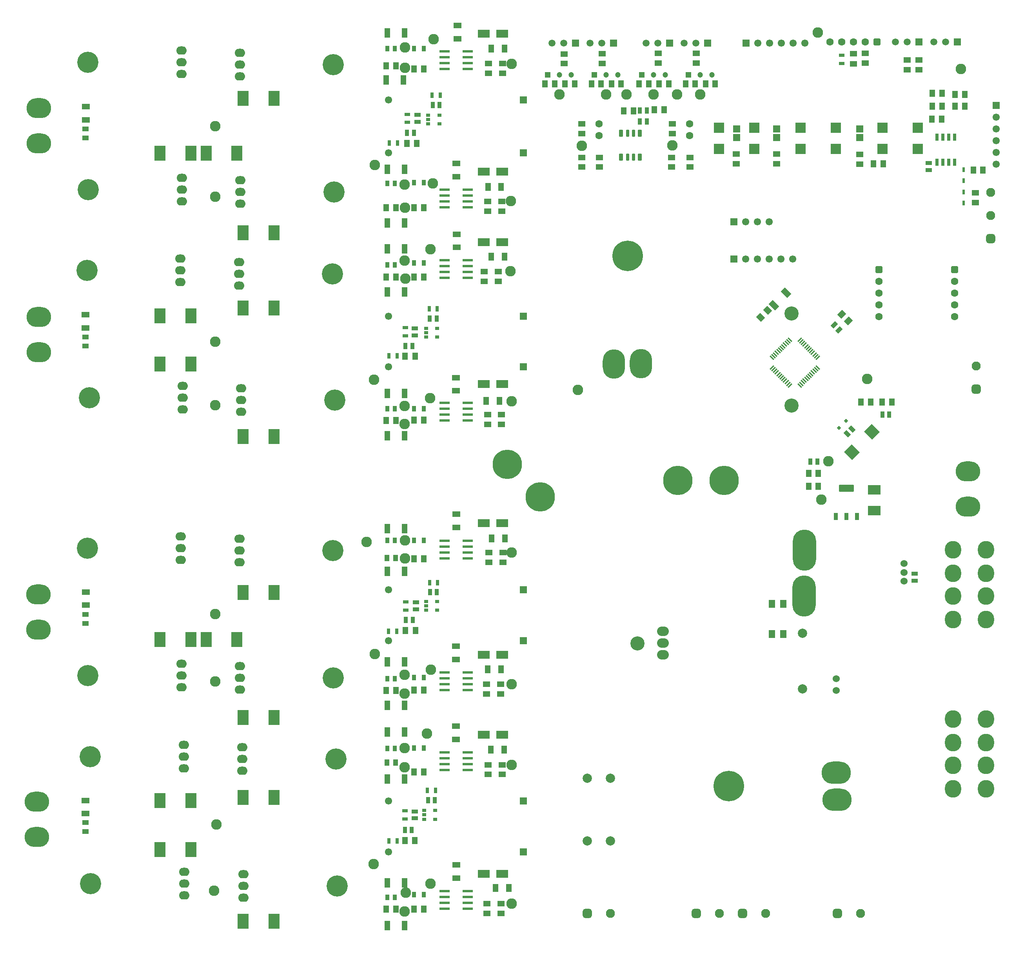
<source format=gbr>
%TF.GenerationSoftware,Altium Limited,Altium Designer,21.6.4 (81)*%
G04 Layer_Color=255*
%FSLAX43Y43*%
%MOMM*%
%TF.SameCoordinates,A962B9D3-E780-4B03-8A10-E236CC36F35F*%
%TF.FilePolarity,Positive*%
%TF.FileFunction,Pads,Bot*%
%TF.Part,Single*%
G01*
G75*
%TA.AperFunction,SMDPad,CuDef*%
%ADD12R,1.157X1.508*%
%ADD16R,1.508X1.157*%
%TA.AperFunction,ComponentPad*%
%ADD40C,2.286*%
%ADD41C,2.000*%
%ADD42O,5.080X8.890*%
%ADD43C,1.524*%
%ADD44C,6.350*%
%ADD45O,3.556X3.810*%
%ADD46R,1.500X1.500*%
%ADD47C,1.500*%
%ADD48C,1.950*%
G04:AMPARAMS|DCode=49|XSize=1.95mm|YSize=1.95mm|CornerRadius=0.488mm|HoleSize=0mm|Usage=FLASHONLY|Rotation=0.000|XOffset=0mm|YOffset=0mm|HoleType=Round|Shape=RoundedRectangle|*
%AMROUNDEDRECTD49*
21,1,1.950,0.975,0,0,0.0*
21,1,0.975,1.950,0,0,0.0*
1,1,0.975,0.488,-0.488*
1,1,0.975,-0.488,-0.488*
1,1,0.975,-0.488,0.488*
1,1,0.975,0.488,0.488*
%
%ADD49ROUNDEDRECTD49*%
%ADD50O,5.334X4.318*%
%ADD51C,1.600*%
G04:AMPARAMS|DCode=52|XSize=1.6mm|YSize=1.6mm|CornerRadius=0.4mm|HoleSize=0mm|Usage=FLASHONLY|Rotation=270.000|XOffset=0mm|YOffset=0mm|HoleType=Round|Shape=RoundedRectangle|*
%AMROUNDEDRECTD52*
21,1,1.600,0.800,0,0,270.0*
21,1,0.800,1.600,0,0,270.0*
1,1,0.800,-0.400,-0.400*
1,1,0.800,-0.400,0.400*
1,1,0.800,0.400,0.400*
1,1,0.800,0.400,-0.400*
%
%ADD52ROUNDEDRECTD52*%
%ADD53C,6.604*%
%ADD54O,4.826X6.350*%
%ADD55C,3.048*%
%ADD56O,6.350X4.826*%
%ADD57R,1.550X1.550*%
%ADD58C,1.550*%
%ADD59O,2.286X1.778*%
%ADD60C,4.572*%
%ADD62R,2.286X2.286*%
%ADD63C,1.200*%
%ADD64R,1.200X1.200*%
G04:AMPARAMS|DCode=65|XSize=1.6mm|YSize=1.6mm|CornerRadius=0.4mm|HoleSize=0mm|Usage=FLASHONLY|Rotation=180.000|XOffset=0mm|YOffset=0mm|HoleType=Round|Shape=RoundedRectangle|*
%AMROUNDEDRECTD65*
21,1,1.600,0.800,0,0,180.0*
21,1,0.800,1.600,0,0,180.0*
1,1,0.800,-0.400,0.400*
1,1,0.800,0.400,0.400*
1,1,0.800,0.400,-0.400*
1,1,0.800,-0.400,-0.400*
%
%ADD65ROUNDEDRECTD65*%
%ADD66R,1.550X1.550*%
G04:AMPARAMS|DCode=67|XSize=1.95mm|YSize=1.95mm|CornerRadius=0.488mm|HoleSize=0mm|Usage=FLASHONLY|Rotation=90.000|XOffset=0mm|YOffset=0mm|HoleType=Round|Shape=RoundedRectangle|*
%AMROUNDEDRECTD67*
21,1,1.950,0.975,0,0,90.0*
21,1,0.975,1.950,0,0,90.0*
1,1,0.975,0.488,0.488*
1,1,0.975,0.488,-0.488*
1,1,0.975,-0.488,-0.488*
1,1,0.975,-0.488,0.488*
%
%ADD67ROUNDEDRECTD67*%
%TA.AperFunction,SMDPad,CuDef*%
%ADD71R,1.450X1.800*%
%ADD72R,2.400X3.300*%
G04:AMPARAMS|DCode=73|XSize=3.15mm|YSize=1.45mm|CornerRadius=0.051mm|HoleSize=0mm|Usage=FLASHONLY|Rotation=0.000|XOffset=0mm|YOffset=0mm|HoleType=Round|Shape=RoundedRectangle|*
%AMROUNDEDRECTD73*
21,1,3.150,1.349,0,0,0.0*
21,1,3.049,1.450,0,0,0.0*
1,1,0.102,1.524,-0.674*
1,1,0.102,-1.524,-0.674*
1,1,0.102,-1.524,0.674*
1,1,0.102,1.524,0.674*
%
%ADD73ROUNDEDRECTD73*%
G04:AMPARAMS|DCode=74|XSize=0.9mm|YSize=1.45mm|CornerRadius=0.05mm|HoleSize=0mm|Usage=FLASHONLY|Rotation=0.000|XOffset=0mm|YOffset=0mm|HoleType=Round|Shape=RoundedRectangle|*
%AMROUNDEDRECTD74*
21,1,0.900,1.351,0,0,0.0*
21,1,0.801,1.450,0,0,0.0*
1,1,0.099,0.401,-0.676*
1,1,0.099,-0.401,-0.676*
1,1,0.099,-0.401,0.676*
1,1,0.099,0.401,0.676*
%
%ADD74ROUNDEDRECTD74*%
%ADD75R,1.300X1.800*%
%ADD76R,1.800X1.300*%
%ADD77R,0.950X1.350*%
%ADD78R,1.350X0.950*%
%ADD79R,1.250X2.000*%
%ADD80R,1.508X1.207*%
%ADD81R,0.650X1.525*%
%ADD82R,0.500X1.000*%
%ADD83R,1.207X1.508*%
G04:AMPARAMS|DCode=84|XSize=1.194mm|YSize=0.305mm|CornerRadius=0mm|HoleSize=0mm|Usage=FLASHONLY|Rotation=315.000|XOffset=0mm|YOffset=0mm|HoleType=Round|Shape=Rectangle|*
%AMROTATEDRECTD84*
4,1,4,-0.530,0.314,-0.314,0.530,0.530,-0.314,0.314,-0.530,-0.530,0.314,0.0*
%
%ADD84ROTATEDRECTD84*%

G04:AMPARAMS|DCode=85|XSize=1.194mm|YSize=0.305mm|CornerRadius=0mm|HoleSize=0mm|Usage=FLASHONLY|Rotation=45.000|XOffset=0mm|YOffset=0mm|HoleType=Round|Shape=Rectangle|*
%AMROTATEDRECTD85*
4,1,4,-0.314,-0.530,-0.530,-0.314,0.314,0.530,0.530,0.314,-0.314,-0.530,0.0*
%
%ADD85ROTATEDRECTD85*%

G04:AMPARAMS|DCode=86|XSize=1.207mm|YSize=1.508mm|CornerRadius=0mm|HoleSize=0mm|Usage=FLASHONLY|Rotation=45.000|XOffset=0mm|YOffset=0mm|HoleType=Round|Shape=Rectangle|*
%AMROTATEDRECTD86*
4,1,4,0.107,-0.960,-0.960,0.107,-0.107,0.960,0.960,-0.107,0.107,-0.960,0.0*
%
%ADD86ROTATEDRECTD86*%

G04:AMPARAMS|DCode=87|XSize=2.45mm|YSize=2.35mm|CornerRadius=0mm|HoleSize=0mm|Usage=FLASHONLY|Rotation=315.000|XOffset=0mm|YOffset=0mm|HoleType=Round|Shape=Rectangle|*
%AMROTATEDRECTD87*
4,1,4,-1.697,0.035,-0.035,1.697,1.697,-0.035,0.035,-1.697,-1.697,0.035,0.0*
%
%ADD87ROTATEDRECTD87*%

G04:AMPARAMS|DCode=88|XSize=0.95mm|YSize=1.35mm|CornerRadius=0mm|HoleSize=0mm|Usage=FLASHONLY|Rotation=45.000|XOffset=0mm|YOffset=0mm|HoleType=Round|Shape=Rectangle|*
%AMROTATEDRECTD88*
4,1,4,0.141,-0.813,-0.813,0.141,-0.141,0.813,0.813,-0.141,0.141,-0.813,0.0*
%
%ADD88ROTATEDRECTD88*%

%ADD89P,0.849X4X90.0*%
G04:AMPARAMS|DCode=90|XSize=0.95mm|YSize=1.35mm|CornerRadius=0mm|HoleSize=0mm|Usage=FLASHONLY|Rotation=135.000|XOffset=0mm|YOffset=0mm|HoleType=Round|Shape=Rectangle|*
%AMROTATEDRECTD90*
4,1,4,0.813,0.141,-0.141,-0.813,-0.813,-0.141,0.141,0.813,0.813,0.141,0.0*
%
%ADD90ROTATEDRECTD90*%

%ADD91R,1.408X1.007*%
%ADD92R,0.900X0.650*%
%ADD93R,1.308X0.757*%
%ADD94R,0.757X1.308*%
%ADD95R,1.007X1.408*%
%ADD96R,2.270X0.558*%
%ADD97R,0.808X1.262*%
%ADD98R,0.900X1.200*%
%ADD99R,2.500X1.700*%
G04:AMPARAMS|DCode=100|XSize=1.25mm|YSize=2mm|CornerRadius=0mm|HoleSize=0mm|Usage=FLASHONLY|Rotation=225.000|XOffset=0mm|YOffset=0mm|HoleType=Round|Shape=Rectangle|*
%AMROTATEDRECTD100*
4,1,4,-0.265,1.149,1.149,-0.265,0.265,-1.149,-1.149,0.265,-0.265,1.149,0.0*
%
%ADD100ROTATEDRECTD100*%

G04:AMPARAMS|DCode=101|XSize=1.207mm|YSize=1.508mm|CornerRadius=0mm|HoleSize=0mm|Usage=FLASHONLY|Rotation=315.000|XOffset=0mm|YOffset=0mm|HoleType=Round|Shape=Rectangle|*
%AMROTATEDRECTD101*
4,1,4,-0.960,-0.107,0.107,0.960,0.960,0.107,-0.107,-0.960,-0.960,-0.107,0.0*
%
%ADD101ROTATEDRECTD101*%

G04:AMPARAMS|DCode=102|XSize=0.8mm|YSize=1.6mm|CornerRadius=0.2mm|HoleSize=0mm|Usage=FLASHONLY|Rotation=0.000|XOffset=0mm|YOffset=0mm|HoleType=Round|Shape=RoundedRectangle|*
%AMROUNDEDRECTD102*
21,1,0.800,1.200,0,0,0.0*
21,1,0.400,1.600,0,0,0.0*
1,1,0.400,0.200,-0.600*
1,1,0.400,-0.200,-0.600*
1,1,0.400,-0.200,0.600*
1,1,0.400,0.200,0.600*
%
%ADD102ROUNDEDRECTD102*%
G04:AMPARAMS|DCode=103|XSize=0.6mm|YSize=1.6mm|CornerRadius=0.15mm|HoleSize=0mm|Usage=FLASHONLY|Rotation=0.000|XOffset=0mm|YOffset=0mm|HoleType=Round|Shape=RoundedRectangle|*
%AMROUNDEDRECTD103*
21,1,0.600,1.300,0,0,0.0*
21,1,0.300,1.600,0,0,0.0*
1,1,0.300,0.150,-0.650*
1,1,0.300,-0.150,-0.650*
1,1,0.300,-0.150,0.650*
1,1,0.300,0.150,0.650*
%
%ADD103ROUNDEDRECTD103*%
%ADD104R,1.556X1.505*%
%ADD105R,2.800X2.000*%
%TA.AperFunction,ComponentPad*%
%ADD121O,2.540X2.032*%
D12*
X88653Y172850D02*
D03*
X86501D02*
D03*
X86207Y67575D02*
D03*
X88359D02*
D03*
X189426Y168425D02*
D03*
X187274D02*
D03*
X86123Y126835D02*
D03*
X88274D02*
D03*
X86099Y22225D02*
D03*
X88251D02*
D03*
D16*
X209313Y160021D02*
D03*
Y162173D02*
D03*
X182995Y190052D02*
D03*
Y192204D02*
D03*
X185535Y192326D02*
D03*
Y190174D02*
D03*
D40*
X123450Y119550D02*
D03*
X109125Y84425D02*
D03*
Y117150D02*
D03*
X86122Y87054D02*
D03*
X77775Y86774D02*
D03*
X86000Y112231D02*
D03*
X91500Y117827D02*
D03*
X86012Y116150D02*
D03*
X177550Y104150D02*
D03*
X109125Y56025D02*
D03*
X45125Y71175D02*
D03*
Y130025D02*
D03*
X86100Y189213D02*
D03*
X86000Y6885D02*
D03*
X45125Y176600D02*
D03*
X86125Y158996D02*
D03*
X86275Y10968D02*
D03*
X86175Y143675D02*
D03*
X86101Y83176D02*
D03*
X86000Y38091D02*
D03*
X108875Y145225D02*
D03*
X45375Y25700D02*
D03*
X86012Y147516D02*
D03*
X79550Y168150D02*
D03*
X79582Y62525D02*
D03*
X86025Y53996D02*
D03*
X45125Y161355D02*
D03*
Y56636D02*
D03*
X108940Y160400D02*
D03*
X86000Y163965D02*
D03*
X86012Y58015D02*
D03*
X92100Y164250D02*
D03*
X91700Y59127D02*
D03*
X109125Y190075D02*
D03*
X86100Y193606D02*
D03*
X92250Y195375D02*
D03*
X79450Y121800D02*
D03*
X79325Y17150D02*
D03*
X45125Y116330D02*
D03*
X44881Y11355D02*
D03*
X109125Y8625D02*
D03*
X91600Y12900D02*
D03*
X109125Y38526D02*
D03*
X86000Y42190D02*
D03*
X91627Y149949D02*
D03*
X90825Y45375D02*
D03*
X139815Y183439D02*
D03*
X119495D02*
D03*
X149848D02*
D03*
X129528D02*
D03*
X143803Y172392D02*
D03*
X124249Y172344D02*
D03*
X144895Y183439D02*
D03*
X133973D02*
D03*
X206180Y188920D02*
D03*
X175244Y196825D02*
D03*
X185925Y121950D02*
D03*
X176025Y95875D02*
D03*
D41*
X171950Y67000D02*
D03*
Y55000D02*
D03*
X130500Y22125D02*
D03*
X125500D02*
D03*
X130500Y35650D02*
D03*
X125500D02*
D03*
D42*
X172289Y75093D02*
D03*
X172416Y84999D02*
D03*
D43*
X193879Y78268D02*
D03*
Y80173D02*
D03*
Y82078D02*
D03*
X179250Y57175D02*
D03*
Y54675D02*
D03*
D44*
X108229Y103536D02*
D03*
X115300Y96464D02*
D03*
X145000Y100000D02*
D03*
X155000D02*
D03*
D45*
X204444Y43413D02*
D03*
Y48493D02*
D03*
X211556Y43413D02*
D03*
Y48493D02*
D03*
X204444Y33413D02*
D03*
Y38493D02*
D03*
X211556Y33413D02*
D03*
Y38493D02*
D03*
X204444Y79960D02*
D03*
Y85040D02*
D03*
X211556Y79960D02*
D03*
Y85040D02*
D03*
X204444Y69960D02*
D03*
Y75040D02*
D03*
X211556Y69960D02*
D03*
Y75040D02*
D03*
D46*
X205430Y194750D02*
D03*
X197140D02*
D03*
X122924Y194488D02*
D03*
X151499D02*
D03*
X143244D02*
D03*
X131179D02*
D03*
D47*
X202890Y194750D02*
D03*
X200350D02*
D03*
X194600D02*
D03*
X192060D02*
D03*
X120384Y194488D02*
D03*
X117844D02*
D03*
X148959D02*
D03*
X146419D02*
D03*
X138164D02*
D03*
X140704D02*
D03*
X126099D02*
D03*
X128639D02*
D03*
D48*
X154025Y6500D02*
D03*
X130500D02*
D03*
X164025D02*
D03*
X212575Y162300D02*
D03*
Y157300D02*
D03*
X209500Y124775D02*
D03*
X184500Y6500D02*
D03*
D49*
X149025D02*
D03*
X125500D02*
D03*
X159025D02*
D03*
X179500D02*
D03*
D50*
X207650Y94350D02*
D03*
Y101970D02*
D03*
X7025Y180495D02*
D03*
Y172875D02*
D03*
X7050Y135325D02*
D03*
Y127705D02*
D03*
X6900Y75375D02*
D03*
Y67755D02*
D03*
X6575Y30625D02*
D03*
Y23005D02*
D03*
D51*
X204770Y140525D02*
D03*
Y143065D02*
D03*
Y137985D02*
D03*
Y135445D02*
D03*
X182995Y194742D02*
D03*
X185535D02*
D03*
X180455D02*
D03*
X177915D02*
D03*
X188495Y135435D02*
D03*
Y137975D02*
D03*
Y143055D02*
D03*
Y140515D02*
D03*
X147562Y177089D02*
D03*
Y174549D02*
D03*
X128004Y177089D02*
D03*
Y174549D02*
D03*
D52*
X204770Y145605D02*
D03*
X188495Y145595D02*
D03*
D53*
X134160Y148539D02*
D03*
X156025Y33975D02*
D03*
D54*
X131239Y125171D02*
D03*
X137081Y125298D02*
D03*
D55*
X169625Y136140D02*
D03*
Y116201D02*
D03*
X136339Y64783D02*
D03*
D56*
X179266Y36896D02*
D03*
X179393Y31054D02*
D03*
D57*
X111680Y19775D02*
D03*
Y65375D02*
D03*
Y76375D02*
D03*
Y30775D02*
D03*
Y124625D02*
D03*
Y135525D02*
D03*
Y170825D02*
D03*
Y182225D02*
D03*
X157120Y147850D02*
D03*
X159754Y194488D02*
D03*
X157120Y155873D02*
D03*
D58*
X82570Y19775D02*
D03*
Y65375D02*
D03*
Y76375D02*
D03*
Y30775D02*
D03*
Y124625D02*
D03*
Y135525D02*
D03*
Y170825D02*
D03*
Y182225D02*
D03*
X159660Y147850D02*
D03*
X162200D02*
D03*
X164740D02*
D03*
X167280D02*
D03*
X169820Y147850D02*
D03*
X172454Y194488D02*
D03*
X169914D02*
D03*
X167374D02*
D03*
X164834D02*
D03*
X162294D02*
D03*
X164740Y155873D02*
D03*
X162200D02*
D03*
X159660D02*
D03*
X213775Y178490D02*
D03*
Y175950D02*
D03*
Y173410D02*
D03*
Y170870D02*
D03*
Y168330D02*
D03*
D59*
X50749Y114831D02*
D03*
Y117371D02*
D03*
Y119911D02*
D03*
X38101Y120419D02*
D03*
Y117879D02*
D03*
Y115339D02*
D03*
X37601Y147919D02*
D03*
Y145379D02*
D03*
Y142839D02*
D03*
X50249Y142131D02*
D03*
Y144671D02*
D03*
Y147211D02*
D03*
X51249Y9831D02*
D03*
Y12371D02*
D03*
Y14911D02*
D03*
X38401Y10339D02*
D03*
Y12879D02*
D03*
Y15419D02*
D03*
X38318Y37839D02*
D03*
Y40379D02*
D03*
Y42919D02*
D03*
X50966Y37331D02*
D03*
Y39871D02*
D03*
Y42411D02*
D03*
X37901Y160339D02*
D03*
Y162879D02*
D03*
Y165419D02*
D03*
X37801Y55339D02*
D03*
Y57879D02*
D03*
Y60419D02*
D03*
X50549Y164911D02*
D03*
Y162371D02*
D03*
Y159831D02*
D03*
X50449Y54831D02*
D03*
Y57371D02*
D03*
Y59911D02*
D03*
X37801Y187839D02*
D03*
Y190379D02*
D03*
Y192919D02*
D03*
X37701Y82839D02*
D03*
Y85379D02*
D03*
Y87919D02*
D03*
X50449Y192411D02*
D03*
Y189871D02*
D03*
Y187331D02*
D03*
X50349Y87411D02*
D03*
Y84871D02*
D03*
Y82331D02*
D03*
D60*
X70942Y117371D02*
D03*
X17908Y117879D02*
D03*
X17408Y145379D02*
D03*
X70442Y144671D02*
D03*
X71442Y12371D02*
D03*
X18208Y12879D02*
D03*
X18125Y40379D02*
D03*
X71159Y39871D02*
D03*
X17708Y162879D02*
D03*
X17608Y57879D02*
D03*
X70742Y162371D02*
D03*
X70642Y57371D02*
D03*
X17608Y190379D02*
D03*
X17508Y85379D02*
D03*
X70642Y189871D02*
D03*
X70542Y84871D02*
D03*
D62*
X179185Y176200D02*
D03*
Y171628D02*
D03*
X171565D02*
D03*
Y176200D02*
D03*
X161532D02*
D03*
Y171628D02*
D03*
X153912D02*
D03*
Y176200D02*
D03*
X196838D02*
D03*
Y171628D02*
D03*
X189218D02*
D03*
Y176200D02*
D03*
D63*
X142355Y187630D02*
D03*
X139815D02*
D03*
X122035D02*
D03*
X119495D02*
D03*
X152388D02*
D03*
X149848D02*
D03*
X132068D02*
D03*
X129528D02*
D03*
D64*
X137275D02*
D03*
X116955D02*
D03*
X147308D02*
D03*
X126988D02*
D03*
D65*
X188075Y194742D02*
D03*
D66*
X213775Y181030D02*
D03*
D67*
X212575Y152300D02*
D03*
X209500Y119775D02*
D03*
D71*
X167800Y73400D02*
D03*
Y66850D02*
D03*
X165350Y73400D02*
D03*
Y66850D02*
D03*
D72*
X49800Y170750D02*
D03*
X43150D02*
D03*
X49800Y65675D02*
D03*
X43150D02*
D03*
X33200Y65700D02*
D03*
X39850D02*
D03*
X57800Y182550D02*
D03*
X51150D02*
D03*
X33200Y170750D02*
D03*
X39850D02*
D03*
X33200Y30900D02*
D03*
X39850D02*
D03*
X33200Y20300D02*
D03*
X39850D02*
D03*
X33200Y135600D02*
D03*
X39850D02*
D03*
X33200Y125150D02*
D03*
X39850D02*
D03*
X57800Y75825D02*
D03*
X51150D02*
D03*
X57800Y4800D02*
D03*
X51150D02*
D03*
X57800Y109550D02*
D03*
X51150D02*
D03*
X57800Y137289D02*
D03*
X51150D02*
D03*
X57800Y31575D02*
D03*
X51150D02*
D03*
X57800Y48850D02*
D03*
X51150D02*
D03*
X57800Y153550D02*
D03*
X51150D02*
D03*
D73*
X181450Y98375D02*
D03*
D74*
X179150Y92225D02*
D03*
X181450D02*
D03*
X183750D02*
D03*
D75*
X104750Y193300D02*
D03*
X107600D02*
D03*
X104027Y163475D02*
D03*
X106877D02*
D03*
X103618Y117190D02*
D03*
X106468D02*
D03*
X104850Y87529D02*
D03*
X107700D02*
D03*
X104000Y59200D02*
D03*
X106850D02*
D03*
X105650Y12000D02*
D03*
X108500D02*
D03*
X107525Y41904D02*
D03*
X104675D02*
D03*
X107616Y148410D02*
D03*
X104766D02*
D03*
D76*
X97175Y168500D02*
D03*
Y165650D02*
D03*
X97125Y119398D02*
D03*
Y122248D02*
D03*
X97450Y198325D02*
D03*
Y195475D02*
D03*
X97200Y16950D02*
D03*
Y14100D02*
D03*
X17200Y73075D02*
D03*
Y75925D02*
D03*
X97175Y89875D02*
D03*
Y92725D02*
D03*
X17125Y28050D02*
D03*
Y30900D02*
D03*
X17150Y177950D02*
D03*
Y180800D02*
D03*
X17125Y132983D02*
D03*
Y135833D02*
D03*
X97125Y44090D02*
D03*
Y46940D02*
D03*
X97277Y150375D02*
D03*
Y153225D02*
D03*
X97125Y61375D02*
D03*
Y64225D02*
D03*
D77*
X86275Y69900D02*
D03*
X87775D02*
D03*
X86178Y129104D02*
D03*
X87678D02*
D03*
X190700Y114276D02*
D03*
X189200D02*
D03*
X173648Y104125D02*
D03*
X175148D02*
D03*
X91435Y134994D02*
D03*
X92935D02*
D03*
X92075Y181118D02*
D03*
X93575D02*
D03*
X91479Y75897D02*
D03*
X92979D02*
D03*
X91062Y30956D02*
D03*
X92562D02*
D03*
X138330Y179959D02*
D03*
X136830D02*
D03*
X138330Y177546D02*
D03*
X136830D02*
D03*
X88007Y175110D02*
D03*
X86507D02*
D03*
X87567Y24500D02*
D03*
X86067D02*
D03*
D78*
X88479Y73675D02*
D03*
Y72175D02*
D03*
X199207Y167092D02*
D03*
Y168592D02*
D03*
X196150Y78350D02*
D03*
Y79850D02*
D03*
X88259Y131400D02*
D03*
Y132900D02*
D03*
X88825Y177523D02*
D03*
Y179023D02*
D03*
X88199Y27025D02*
D03*
Y28525D02*
D03*
D79*
X86000Y80400D02*
D03*
X82250D02*
D03*
X86000Y3829D02*
D03*
X82250D02*
D03*
Y13100D02*
D03*
X86000D02*
D03*
X82250Y51446D02*
D03*
X86000D02*
D03*
X82250Y60844D02*
D03*
X86000D02*
D03*
Y45649D02*
D03*
X82250D02*
D03*
Y35489D02*
D03*
X86000D02*
D03*
Y155694D02*
D03*
X82250D02*
D03*
X86000Y167255D02*
D03*
X82250D02*
D03*
X82000Y186600D02*
D03*
X85750D02*
D03*
X86000Y196760D02*
D03*
X82250D02*
D03*
X86000Y89602D02*
D03*
X82250D02*
D03*
X86000Y109683D02*
D03*
X82250D02*
D03*
X86000Y118827D02*
D03*
X82250D02*
D03*
X86000Y140793D02*
D03*
X82250D02*
D03*
X86000Y150064D02*
D03*
X82250D02*
D03*
D80*
X103237Y143033D02*
D03*
Y145135D02*
D03*
X128055Y167733D02*
D03*
Y169834D02*
D03*
X106800Y53923D02*
D03*
Y56025D02*
D03*
X106855Y8580D02*
D03*
Y6478D02*
D03*
X107003Y160335D02*
D03*
Y158233D02*
D03*
X107175Y190126D02*
D03*
Y188024D02*
D03*
X107257Y84426D02*
D03*
Y82324D02*
D03*
X106900Y114254D02*
D03*
Y112152D02*
D03*
X106264Y145135D02*
D03*
Y143033D02*
D03*
X107100Y38598D02*
D03*
Y36497D02*
D03*
X104257Y82324D02*
D03*
Y84426D02*
D03*
X103793Y8580D02*
D03*
Y6478D02*
D03*
X103700Y56025D02*
D03*
Y53923D02*
D03*
X103975Y112152D02*
D03*
Y114254D02*
D03*
X166375Y170551D02*
D03*
Y168449D02*
D03*
X157650D02*
D03*
Y170551D02*
D03*
X184300Y168399D02*
D03*
Y170501D02*
D03*
X140755Y190212D02*
D03*
Y192313D02*
D03*
X120435Y190085D02*
D03*
Y192186D02*
D03*
X143803Y177073D02*
D03*
Y174972D02*
D03*
X124262Y174954D02*
D03*
Y177056D02*
D03*
X143676Y169834D02*
D03*
Y167733D02*
D03*
X124245D02*
D03*
Y169834D02*
D03*
X147613D02*
D03*
Y167733D02*
D03*
X149010Y190212D02*
D03*
Y192313D02*
D03*
X128690Y190119D02*
D03*
Y192221D02*
D03*
X104003Y160335D02*
D03*
Y158233D02*
D03*
X104175Y188024D02*
D03*
Y190126D02*
D03*
X197140Y190876D02*
D03*
Y188774D02*
D03*
X194600Y190876D02*
D03*
Y188774D02*
D03*
X104056Y36497D02*
D03*
Y38598D02*
D03*
D81*
X200985Y168814D02*
D03*
X202255D02*
D03*
X203525D02*
D03*
X204795D02*
D03*
Y174238D02*
D03*
X203525D02*
D03*
X202255D02*
D03*
X200985D02*
D03*
D82*
X206738Y162372D02*
D03*
Y159972D02*
D03*
X206788Y164797D02*
D03*
Y167197D02*
D03*
D83*
X199934Y178130D02*
D03*
X202036D02*
D03*
X202063Y183647D02*
D03*
X199962D02*
D03*
X210938Y167122D02*
D03*
X208837D02*
D03*
X202063Y180897D02*
D03*
X199962D02*
D03*
X204903Y183437D02*
D03*
X207005D02*
D03*
Y180897D02*
D03*
X204903D02*
D03*
X82074Y7385D02*
D03*
X84176D02*
D03*
X90176D02*
D03*
X88074D02*
D03*
X82074Y54621D02*
D03*
X84176D02*
D03*
X90176Y54748D02*
D03*
X88074D02*
D03*
X90176Y37022D02*
D03*
X88074D02*
D03*
X84176Y158996D02*
D03*
X82074D02*
D03*
X90176D02*
D03*
X88074D02*
D03*
X143076Y185674D02*
D03*
X140974D02*
D03*
X122756D02*
D03*
X120654D02*
D03*
X138758D02*
D03*
X136656D02*
D03*
X118438D02*
D03*
X116336D02*
D03*
X153109D02*
D03*
X151007D02*
D03*
X132788D02*
D03*
X130687D02*
D03*
X148790D02*
D03*
X146689D02*
D03*
X128471D02*
D03*
X126369D02*
D03*
X139958Y180086D02*
D03*
X142059D02*
D03*
X133354Y179832D02*
D03*
X135456D02*
D03*
X82072Y189581D02*
D03*
X84174D02*
D03*
X173274Y101550D02*
D03*
X175376D02*
D03*
X191226Y117000D02*
D03*
X189124D02*
D03*
X175371Y98800D02*
D03*
X173269D02*
D03*
X186701Y117000D02*
D03*
X184599D02*
D03*
X88074Y188956D02*
D03*
X90176D02*
D03*
X88074Y83090D02*
D03*
X90176D02*
D03*
X84176Y112985D02*
D03*
X82074D02*
D03*
X88074Y113112D02*
D03*
X90176D02*
D03*
X84176Y143968D02*
D03*
X82074D02*
D03*
X88074D02*
D03*
X90176D02*
D03*
D84*
X169234Y130434D02*
D03*
X168881Y130080D02*
D03*
X168527Y129727D02*
D03*
X168173Y129373D02*
D03*
X167820Y129020D02*
D03*
X167466Y128666D02*
D03*
X167113Y128313D02*
D03*
X166759Y127959D02*
D03*
X166406Y127605D02*
D03*
X166052Y127252D02*
D03*
X165699Y126898D02*
D03*
X165345Y126545D02*
D03*
X171355Y120534D02*
D03*
X171709Y120888D02*
D03*
X172063Y121242D02*
D03*
X172416Y121595D02*
D03*
X172770Y121949D02*
D03*
X173123Y122302D02*
D03*
X173477Y122656D02*
D03*
X173830Y123009D02*
D03*
X174184Y123363D02*
D03*
X174537Y123716D02*
D03*
X174891Y124070D02*
D03*
X175245Y124424D02*
D03*
D85*
X165345D02*
D03*
X165699Y124070D02*
D03*
X166052Y123716D02*
D03*
X166406Y123363D02*
D03*
X166759Y123009D02*
D03*
X167113Y122656D02*
D03*
X167466Y122302D02*
D03*
X167820Y121949D02*
D03*
X168173Y121595D02*
D03*
X168527Y121242D02*
D03*
X168881Y120888D02*
D03*
X169234Y120534D02*
D03*
X175245Y126545D02*
D03*
X174891Y126898D02*
D03*
X174537Y127252D02*
D03*
X174184Y127605D02*
D03*
X173830Y127959D02*
D03*
X173477Y128313D02*
D03*
X173123Y128666D02*
D03*
X172770Y129020D02*
D03*
X172416Y129373D02*
D03*
X172063Y129727D02*
D03*
X171709Y130080D02*
D03*
X171355Y130434D02*
D03*
D86*
X164418Y136742D02*
D03*
X162932Y135256D02*
D03*
D87*
X186965Y110531D02*
D03*
X182581Y106147D02*
D03*
D88*
X181575Y110095D02*
D03*
X182636Y111156D02*
D03*
D89*
X179804Y111371D02*
D03*
X181360Y112927D02*
D03*
D90*
X178781Y133635D02*
D03*
X179842Y132574D02*
D03*
D91*
X17125Y71050D02*
D03*
Y69148D02*
D03*
Y175956D02*
D03*
Y174055D02*
D03*
Y131010D02*
D03*
Y129108D02*
D03*
Y26088D02*
D03*
Y24187D02*
D03*
D92*
X93034Y130998D02*
D03*
Y132898D02*
D03*
X90634D02*
D03*
Y131948D02*
D03*
Y130998D02*
D03*
X93525Y177048D02*
D03*
Y178948D02*
D03*
X91125D02*
D03*
Y177998D02*
D03*
Y177048D02*
D03*
X93079Y71975D02*
D03*
Y73875D02*
D03*
X90679D02*
D03*
Y72925D02*
D03*
Y71975D02*
D03*
X92662Y26825D02*
D03*
Y28725D02*
D03*
X90262D02*
D03*
Y27775D02*
D03*
Y26825D02*
D03*
D93*
X86178Y131274D02*
D03*
Y133026D02*
D03*
X86625Y177397D02*
D03*
Y179148D02*
D03*
X86304Y72049D02*
D03*
Y73801D02*
D03*
X86125Y26899D02*
D03*
Y28651D02*
D03*
X180455Y190129D02*
D03*
Y191881D02*
D03*
D94*
X93061Y137145D02*
D03*
X91309D02*
D03*
X93701Y183218D02*
D03*
X91949D02*
D03*
X93155Y77947D02*
D03*
X91404D02*
D03*
X92688Y33025D02*
D03*
X90936D02*
D03*
X84451Y172929D02*
D03*
X82699D02*
D03*
X84326Y67475D02*
D03*
X82574D02*
D03*
X84399Y126915D02*
D03*
X82647D02*
D03*
X84376Y22111D02*
D03*
X82624D02*
D03*
D95*
X82174Y39045D02*
D03*
X84076D02*
D03*
X82174Y83244D02*
D03*
X84076D02*
D03*
D96*
X94611Y11339D02*
D03*
Y10069D02*
D03*
Y8799D02*
D03*
Y7529D02*
D03*
X99639D02*
D03*
Y8799D02*
D03*
Y10069D02*
D03*
Y11339D02*
D03*
X94611Y58530D02*
D03*
Y57260D02*
D03*
Y55990D02*
D03*
Y54720D02*
D03*
X99639D02*
D03*
Y55990D02*
D03*
Y57260D02*
D03*
Y58530D02*
D03*
Y116759D02*
D03*
Y115489D02*
D03*
Y114219D02*
D03*
Y112949D02*
D03*
X94611D02*
D03*
Y114219D02*
D03*
Y115489D02*
D03*
Y116759D02*
D03*
X99639Y162840D02*
D03*
Y161570D02*
D03*
Y160300D02*
D03*
Y159030D02*
D03*
X94611D02*
D03*
Y160300D02*
D03*
Y161570D02*
D03*
Y162840D02*
D03*
X99639Y192766D02*
D03*
Y191496D02*
D03*
Y190226D02*
D03*
Y188956D02*
D03*
X94611D02*
D03*
Y190226D02*
D03*
Y191496D02*
D03*
Y192766D02*
D03*
X99639Y87006D02*
D03*
Y85736D02*
D03*
Y84466D02*
D03*
Y83196D02*
D03*
X94611D02*
D03*
Y84466D02*
D03*
Y85736D02*
D03*
Y87006D02*
D03*
X99639Y147615D02*
D03*
Y146345D02*
D03*
Y145075D02*
D03*
Y143805D02*
D03*
X94611D02*
D03*
Y145075D02*
D03*
Y146345D02*
D03*
Y147615D02*
D03*
X99639Y41261D02*
D03*
Y39991D02*
D03*
Y38721D02*
D03*
Y37451D02*
D03*
X94611D02*
D03*
Y38721D02*
D03*
Y39991D02*
D03*
Y41261D02*
D03*
D97*
X82323Y9925D02*
D03*
X83927D02*
D03*
Y57161D02*
D03*
X82323D02*
D03*
X83927Y42093D02*
D03*
X82323D02*
D03*
X83927Y164207D02*
D03*
X82323D02*
D03*
X83927Y193331D02*
D03*
X82323D02*
D03*
X83927Y87047D02*
D03*
X82323D02*
D03*
X83927Y115525D02*
D03*
X82323D02*
D03*
X83927Y146635D02*
D03*
X82323D02*
D03*
D98*
X88075Y10560D02*
D03*
X90175D02*
D03*
X88075Y57415D02*
D03*
X90175D02*
D03*
Y164384D02*
D03*
X88075D02*
D03*
Y193331D02*
D03*
X90175D02*
D03*
Y87047D02*
D03*
X88075D02*
D03*
X90175Y115525D02*
D03*
X88075D02*
D03*
X90175Y42207D02*
D03*
X88075D02*
D03*
X90175Y147016D02*
D03*
X88075D02*
D03*
D99*
X103125Y15022D02*
D03*
X107125D02*
D03*
Y62340D02*
D03*
X103125D02*
D03*
X107125Y120823D02*
D03*
X103125D02*
D03*
Y166777D02*
D03*
X107125D02*
D03*
X103125Y196576D02*
D03*
X107125D02*
D03*
X103125Y90816D02*
D03*
X107125D02*
D03*
X103125Y151552D02*
D03*
X107125D02*
D03*
X103125Y45071D02*
D03*
X107125D02*
D03*
D100*
X168401Y140551D02*
D03*
X165749Y137899D02*
D03*
D101*
X181868Y134457D02*
D03*
X180382Y135943D02*
D03*
D102*
X136811Y169866D02*
D03*
X132761D02*
D03*
X136811Y175066D02*
D03*
X132761D02*
D03*
D103*
X135421Y169866D02*
D03*
X134151D02*
D03*
X135421Y175066D02*
D03*
X134151D02*
D03*
D104*
X166375Y175958D02*
D03*
Y174156D02*
D03*
X157725Y175958D02*
D03*
Y174156D02*
D03*
X184300Y175958D02*
D03*
Y174156D02*
D03*
D105*
X187450Y93500D02*
D03*
Y98000D02*
D03*
D121*
X141800Y67450D02*
D03*
Y64910D02*
D03*
Y62370D02*
D03*
%TF.MD5,bb9fd0564345bc234da088559979388b*%
M02*

</source>
